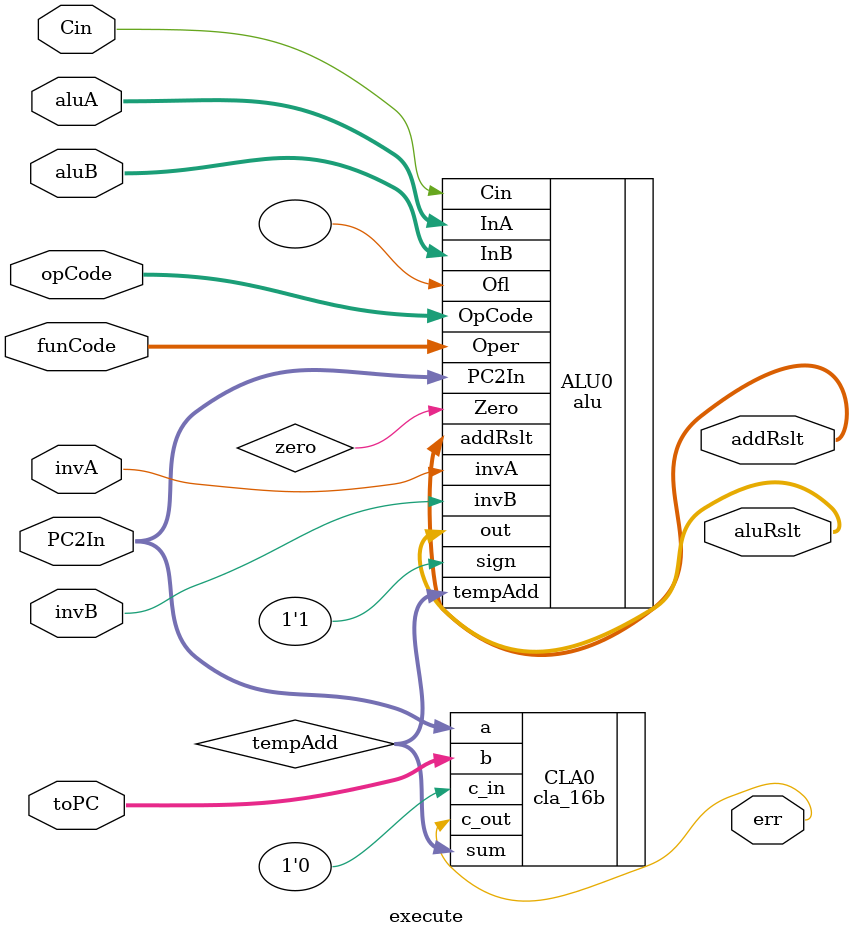
<source format=v>
/*
   CS/ECE 552 Spring '22

   Filename        : execute.v
   Description     : This is the overall module for the execute stage of the processor.
*/
`default_nettype none
module execute(PC2In, toPC, aluA, Cin, aluB, addRslt, aluRslt, invA, invB, funCode, opCode, err);
   parameter OPERAND_WIDTH = 15;
   input wire /*branch, */invA, invB, Cin;
   input wire [4:0] opCode;
   input wire [1:0] funCode;
   input wire [OPERAND_WIDTH:0] PC2In, aluA, aluB, toPC;
     // TODO: Your code here
   output wire [OPERAND_WIDTH:0] addRslt, aluRslt;
   output wire  err;

   wire zero;
   wire [OPERAND_WIDTH:0] tempAdd;
   cla_16b CLA0(.sum(tempAdd), .a(PC2In), .b(toPC), .c_in(1'b0), .c_out(err));

   alu ALU0(.InA(aluA), .InB(aluB), .addRslt(addRslt), .tempAdd(tempAdd),.PC2In(PC2In), .Cin(Cin), .Oper(funCode), .OpCode(opCode),
            .invA(invA), .invB(invB), .sign(1'b1), .out(aluRslt), .Zero(zero), .Ofl());

endmodule
`default_nettype wire

</source>
